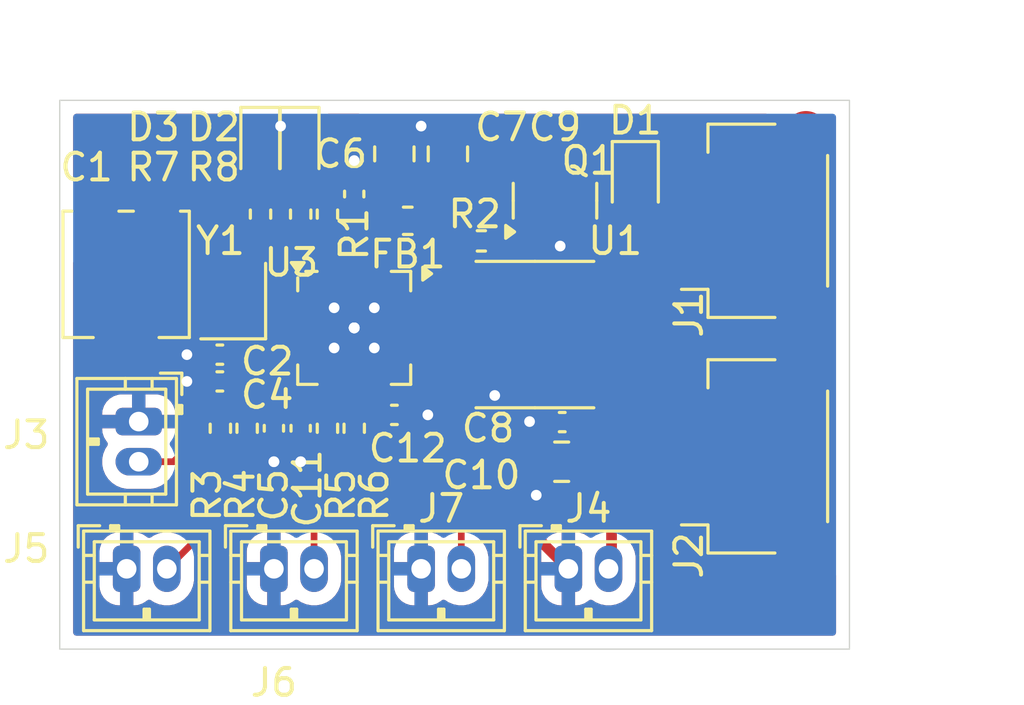
<source format=kicad_pcb>
(kicad_pcb (version 20241229) (generator "pcbnew") (generator_version "9.0")
  (layers (0 "F.Cu" signal) (2 "B.Cu" signal) (13 "F.Paste" user) (15 "B.Paste" user) (5 "F.SilkS" user "F.Silkscreen") (7 "B.SilkS" user "B.Silkscreen") (1 "F.Mask" user) (3 "B.Mask" user) (25 "Edge.Cuts" user))
  (net 0 "")
  (net 1 "GND")
  (net 2 "Net-(U3-PA1{slash}XTAL2)")
  (net 3 "Net-(U3-PA0{slash}XTAL1)")
  (net 4 "/endSW1_u")
  (net 5 "/endSW2_u")
  (net 6 "+5VD")
  (net 7 "VCC")
  (net 8 "/button1_u")
  (net 9 "/button2_u")
  (net 10 "/m11")
  (net 11 "Net-(D2-A)")
  (net 12 "Net-(D3-A)")
  (net 13 "/m12")
  (net 14 "/m14")
  (net 15 "/m13")
  (net 16 "/m21")
  (net 17 "/m22")
  (net 18 "/m24")
  (net 19 "/m23")
  (net 20 "/endSW1")
  (net 21 "/endSW2")
  (net 22 "/button1")
  (net 23 "Net-(Q1-B)")
  (net 24 "Net-(U3-PA2{slash}~{RESET})")
  (net 25 "/m11_u")
  (net 26 "/button2")
  (net 27 "/LED0")
  (net 28 "/LED1")
  (net 29 "/m23_u")
  (net 30 "/m13_u")
  (net 31 "/m21_u")
  (net 32 "/m22_u")
  (net 33 "/m14_u")
  (net 34 "/m24_u")
  (net 35 "/m12_u")
  (footprint "Capacitor_SMD:C_0402_1005Metric" (layer "F.Cu") (at 93.98 63 180)
    (property "Reference" "C4" (at -1.77 -0.5 0) (layer "F.SilkS"))
    (property "Value" "100n")
    (pad "1" smd roundrect (at -0.48 0 180) (size 0.56 0.62) (layers "F.Cu" "F.Mask" "F.Paste") (net 4 "/endSW1_u"))
    (pad "2" smd roundrect (at 0.48 0 180) (size 0.56 0.62) (layers "F.Cu" "F.Mask" "F.Paste") (net 1 "GND"))
  )
  (footprint "Connector_JST:JST_ZH_B2B-ZR_1x02_P1.50mm_Vertical" (layer "F.Cu") (at 101.5 70)
    (property "Reference" "J7" (at 0.75 -2.25 0) (layer "F.SilkS"))
    (property "Value" "button2")
    (pad "1" thru_hole roundrect (at 0 0) (size 1.03 1.73) (drill 0.73) (layers "*.Cu" "*.Mask") (roundrect_rratio 0.242718) (net 1 "GND"))
    (pad "2" thru_hole oval (at 1.5 0) (size 1.03 1.73) (drill 0.73) (layers "*.Cu" "*.Mask") (net 26 "/button2"))
  )
  (footprint "Connector_JST:JST_ZH_B2B-ZR_1x02_P1.50mm_Vertical" (layer "F.Cu") (at 90.95 64.5 -90)
    (property "Reference" "J3" (at 0.5 4.2 180) (layer "F.SilkS"))
    (property "Value" "endSW1")
    (pad "1" thru_hole roundrect (at 0 0 270) (size 1.03 1.73) (drill 0.73) (layers "*.Cu" "*.Mask") (roundrect_rratio 0.242718) (net 1 "GND"))
    (pad "2" thru_hole oval (at 1.5 0 270) (size 1.03 1.73) (drill 0.73) (layers "*.Cu" "*.Mask") (net 20 "/endSW1"))
  )
  (footprint "Diode_SMD:D_0603_1608Metric" (layer "F.Cu") (at 95.5 54.25 -90)
    (property "Reference" "D3" (at -0.75 4 180) (layer "F.SilkS"))
    (property "Value" "LED")
    (pad "1" smd roundrect (at -0.7875 0 270) (size 0.875 0.95) (layers "F.Cu" "F.Mask" "F.Paste") (net 1 "GND"))
    (pad "2" smd roundrect (at 0.7875 0 270) (size 0.875 0.95) (layers "F.Cu" "F.Mask" "F.Paste") (net 12 "Net-(D3-A)"))
  )
  (footprint "Resistor_SMD:R_0402_1005Metric" (layer "F.Cu") (at 103.75 57.75)
    (property "Reference" "R2" (at -0.25 -1 180) (layer "F.SilkS"))
    (property "Value" "2k2")
    (pad "1" smd roundrect (at -0.51 0) (size 0.54 0.64) (layers "F.Cu" "F.Mask" "F.Paste") (net 25 "/m11_u"))
    (pad "2" smd roundrect (at 0.51 0) (size 0.54 0.64) (layers "F.Cu" "F.Mask" "F.Paste") (net 23 "Net-(Q1-B)"))
  )
  (footprint "Connector_JST:JST_ZH_B2B-ZR_1x02_P1.50mm_Vertical" (layer "F.Cu") (at 96 70)
    (property "Reference" "J6" (at 0 4.25 0) (layer "F.SilkS"))
    (property "Value" "button1")
    (pad "1" thru_hole roundrect (at 0 0) (size 1.03 1.73) (drill 0.73) (layers "*.Cu" "*.Mask") (roundrect_rratio 0.242718) (net 1 "GND"))
    (pad "2" thru_hole oval (at 1.5 0) (size 1.03 1.73) (drill 0.73) (layers "*.Cu" "*.Mask") (net 22 "/button1"))
  )
  (footprint "Resistor_SMD:R_0402_1005Metric" (layer "F.Cu") (at 94 64.75 -90)
    (property "Reference" "R3" (at 2.5 0.5 90) (layer "F.SilkS"))
    (property "Value" "470")
    (pad "1" smd roundrect (at -0.51 0 270) (size 0.54 0.64) (layers "F.Cu" "F.Mask" "F.Paste") (net 4 "/endSW1_u"))
    (pad "2" smd roundrect (at 0.51 0 270) (size 0.54 0.64) (layers "F.Cu" "F.Mask" "F.Paste") (net 20 "/endSW1"))
  )
  (footprint "Capacitor_SMD:C_0402_1005Metric" (layer "F.Cu") (at 96 64.75 -90)
    (property "Reference" "C5" (at 2.5 0.01 90) (layer "F.SilkS"))
    (property "Value" "100n")
    (pad "1" smd roundrect (at -0.48 0 270) (size 0.56 0.62) (layers "F.Cu" "F.Mask" "F.Paste") (net 5 "/endSW2_u"))
    (pad "2" smd roundrect (at 0.48 0 270) (size 0.56 0.62) (layers "F.Cu" "F.Mask" "F.Paste") (net 1 "GND"))
  )
  (footprint "Diode_SMD:D_0603_1608Metric" (layer "F.Cu") (at 96.95 54.25 -90)
    (property "Reference" "D2" (at -0.75 3.2 180) (layer "F.SilkS"))
    (property "Value" "LED")
    (pad "1" smd roundrect (at -0.7875 0 270) (size 0.875 0.95) (layers "F.Cu" "F.Mask" "F.Paste") (net 1 "GND"))
    (pad "2" smd roundrect (at 0.7875 0 270) (size 0.875 0.95) (layers "F.Cu" "F.Mask" "F.Paste") (net 11 "Net-(D2-A)"))
  )
  (footprint "Capacitor_SMD:C_0402_1005Metric" (layer "F.Cu") (at 99 56 90)
    (property "Reference" "C6" (at 1.5 -0.5 0) (layer "F.SilkS"))
    (property "Value" "100n")
    (pad "1" smd roundrect (at -0.48 0 90) (size 0.56 0.62) (layers "F.Cu" "F.Mask" "F.Paste") (net 6 "+5VD"))
    (pad "2" smd roundrect (at 0.48 0 90) (size 0.56 0.62) (layers "F.Cu" "F.Mask" "F.Paste") (net 1 "GND"))
  )
  (footprint "Capacitor_SMD:C_0402_1005Metric" (layer "F.Cu") (at 97 64.75 -90)
    (property "Reference" "C11" (at 2.25 -0.25 90) (layer "F.SilkS"))
    (property "Value" "100n")
    (pad "1" smd roundrect (at -0.48 0 270) (size 0.56 0.62) (layers "F.Cu" "F.Mask" "F.Paste") (net 8 "/button1_u"))
    (pad "2" smd roundrect (at 0.48 0 270) (size 0.56 0.62) (layers "F.Cu" "F.Mask" "F.Paste") (net 1 "GND"))
  )
  (footprint "Resistor_SMD:R_0402_1005Metric" (layer "F.Cu") (at 95 64.75 -90)
    (property "Reference" "R4" (at 2.5 0.25 90) (layer "F.SilkS"))
    (property "Value" "470")
    (pad "1" smd roundrect (at -0.51 0 270) (size 0.54 0.64) (layers "F.Cu" "F.Mask" "F.Paste") (net 5 "/endSW2_u"))
    (pad "2" smd roundrect (at 0.51 0 270) (size 0.54 0.64) (layers "F.Cu" "F.Mask" "F.Paste") (net 21 "/endSW2"))
  )
  (footprint "Package_DFN_QFN:MLF-20-1EP_4x4mm_P0.5mm_EP2.6x2.6mm" (layer "F.Cu") (at 99 61)
    (property "Reference" "U3" (at -2.35 -2.44 0) (layer "F.SilkS"))
    (property "Value" "ATtiny2313-20M")
    (pad "1" smd roundrect (at -1.925 -1) (size 0.85 0.25) (layers "F.Cu" "F.Mask" "F.Paste") (net 28 "/LED1"))
    (pad "2" smd roundrect (at -1.925 -0.5) (size 0.85 0.25) (layers "F.Cu" "F.Mask" "F.Paste") (net 2 "Net-(U3-PA1{slash}XTAL2)"))
    (pad "3" smd roundrect (at -1.925 0) (size 0.85 0.25) (layers "F.Cu" "F.Mask" "F.Paste") (net 3 "Net-(U3-PA0{slash}XTAL1)"))
    (pad "4" smd roundrect (at -1.925 0.5) (size 0.85 0.25) (layers "F.Cu" "F.Mask" "F.Paste") (net 4 "/endSW1_u"))
    (pad "5" smd roundrect (at -1.925 1) (size 0.85 0.25) (layers "F.Cu" "F.Mask" "F.Paste") (net 5 "/endSW2_u"))
    (pad "6" smd roundrect (at -1 1.925) (size 0.25 0.85) (layers "F.Cu" "F.Mask" "F.Paste") (net 8 "/button1_u"))
    (pad "7" smd roundrect (at -0.5 1.925) (size 0.25 0.85) (layers "F.Cu" "F.Mask" "F.Paste"))
    (pad "8" smd roundrect (at 0 1.925) (size 0.25 0.85) (layers "F.Cu" "F.Mask" "F.Paste") (net 1 "GND"))
    (pad "9" smd roundrect (at 0.5 1.925) (size 0.25 0.85) (layers "F.Cu" "F.Mask" "F.Paste") (net 9 "/button2_u"))
    (pad "10" smd roundrect (at 1 1.925) (size 0.25 0.85) (layers "F.Cu" "F.Mask" "F.Paste") (net 34 "/m24_u"))
    (pad "11" smd roundrect (at 1.925 1) (size 0.85 0.25) (layers "F.Cu" "F.Mask" "F.Paste") (net 29 "/m23_u"))
    (pad "12" smd roundrect (at 1.925 0.5) (size 0.85 0.25) (layers "F.Cu" "F.Mask" "F.Paste") (net 32 "/m22_u"))
    (pad "13" smd roundrect (at 1.925 0) (size 0.85 0.25) (layers "F.Cu" "F.Mask" "F.Paste") (net 31 "/m21_u"))
    (pad "14" smd roundrect (at 1.925 -0.5) (size 0.85 0.25) (layers "F.Cu" "F.Mask" "F.Paste") (net 33 "/m14_u"))
    (pad "15" smd roundrect (at 1.925 -1) (size 0.85 0.25) (layers "F.Cu" "F.Mask" "F.Paste") (net 30 "/m13_u"))
    (pad "16" smd roundrect (at 1 -1.925) (size 0.25 0.85) (layers "F.Cu" "F.Mask" "F.Paste") (net 35 "/m12_u"))
    (pad "17" smd roundrect (at 0.5 -1.925) (size 0.25 0.85) (layers "F.Cu" "F.Mask" "F.Paste") (net 25 "/m11_u"))
    (pad "18" smd roundrect (at 0 -1.925) (size 0.25 0.85) (layers "F.Cu" "F.Mask" "F.Paste") (net 6 "+5VD"))
    (pad "19" smd roundrect (at -0.5 -1.925) (size 0.25 0.85) (layers "F.Cu" "F.Mask" "F.Paste") (net 24 "Net-(U3-PA2{slash}~{RESET})"))
    (pad "20" smd roundrect (at -1 -1.925) (size 0.25 0.85) (layers "F.Cu" "F.Mask" "F.Paste") (net 27 "/LED0"))
    (pad "21" smd rect (at 0 0) (size 2.6 2.6) (property pad_prop_heatsink) (layers "F.Cu" "F.Mask") (net 1 "GND"))
  )
  (footprint "Capacitor_SMD:C_0402_1005Metric" (layer "F.Cu") (at 106.77 64.52 180)
    (property "Reference" "C8" (at 2.77 -0.23 0) (layer "F.SilkS"))
    (property "Value" "100n")
    (pad "1" smd roundrect (at -0.48 0 180) (size 0.56 0.62) (layers "F.Cu" "F.Mask" "F.Paste") (net 7 "VCC"))
    (pad "2" smd roundrect (at 0.48 0 180) (size 0.56 0.62) (layers "F.Cu" "F.Mask" "F.Paste") (net 1 "GND"))
  )
  (footprint "Capacitor_SMD:C_0402_1005Metric" (layer "F.Cu") (at 93.98 62 180)
    (property "Reference" "C2" (at -1.77 -0.25 0) (layer "F.SilkS"))
    (property "Value" "22p")
    (pad "1" smd roundrect (at -0.48 0 180) (size 0.56 0.62) (layers "F.Cu" "F.Mask" "F.Paste") (net 3 "Net-(U3-PA0{slash}XTAL1)"))
    (pad "2" smd roundrect (at 0.48 0 180) (size 0.56 0.62) (layers "F.Cu" "F.Mask" "F.Paste") (net 1 "GND"))
  )
  (footprint "Package_TO_SOT_SMD:SOT-23" (layer "F.Cu") (at 106.5 56.25 90)
    (property "Reference" "Q1" (at 1.5 1.25 180) (layer "F.SilkS"))
    (property "Value" "MMBT3904")
    (pad "1" smd roundrect (at -0.9375 -0.95 90) (size 1.475 0.6) (layers "F.Cu" "F.Mask" "F.Paste") (net 23 "Net-(Q1-B)"))
    (pad "2" smd roundrect (at -0.9375 0.95 90) (size 1.475 0.6) (layers "F.Cu" "F.Mask" "F.Paste") (net 1 "GND"))
    (pad "3" smd roundrect (at 0.9375 0 90) (size 1.475 0.6) (layers "F.Cu" "F.Mask" "F.Paste") (net 10 "/m11"))
  )
  (footprint "Capacitor_SMD:C_0402_1005Metric" (layer "F.Cu") (at 100.5 64.25)
    (property "Reference" "C12" (at 0.5 1.25 0) (layer "F.SilkS"))
    (property "Value" "100n")
    (pad "1" smd roundrect (at -0.48 0) (size 0.56 0.62) (layers "F.Cu" "F.Mask" "F.Paste") (net 9 "/button2_u"))
    (pad "2" smd roundrect (at 0.48 0) (size 0.56 0.62) (layers "F.Cu" "F.Mask" "F.Paste") (net 1 "GND"))
  )
  (footprint "Connector_JST:JST_ZH_B2B-ZR_1x02_P1.50mm_Vertical" (layer "F.Cu") (at 107 70)
    (property "Reference" "J4" (at 0.75 -2.25 0) (layer "F.SilkS"))
    (property "Value" "PWR")
    (pad "1" thru_hole roundrect (at 0 0) (size 1.03 1.73) (drill 0.73) (layers "*.Cu" "*.Mask") (roundrect_rratio 0.242718) (net 1 "GND"))
    (pad "2" thru_hole oval (at 1.5 0) (size 1.03 1.73) (drill 0.73) (layers "*.Cu" "*.Mask") (net 7 "VCC"))
  )
  (footprint "Resistor_SMD:R_0402_1005Metric" (layer "F.Cu") (at 95.5 56.75 90)
    (property "Reference" "R8" (at 1.75 -1.75 180) (layer "F.SilkS"))
    (property "Value" "470")
    (pad "1" smd roundrect (at -0.51 0 90) (size 0.54 0.64) (layers "F.Cu" "F.Mask" "F.Paste") (net 28 "/LED1"))
    (pad "2" smd roundrect (at 0.51 0 90) (size 0.54 0.64) (layers "F.Cu" "F.Mask" "F.Paste") (net 12 "Net-(D3-A)"))
  )
  (footprint "Resistor_SMD:R_0402_1005Metric" (layer "F.Cu") (at 98 64.75 -90)
    (property "Reference" "R5" (at 2.5 -0.5 90) (layer "F.SilkS"))
    (property "Value" "470")
    (pad "1" smd roundrect (at -0.51 0 270) (size 0.54 0.64) (layers "F.Cu" "F.Mask" "F.Paste") (net 8 "/button1_u"))
    (pad "2" smd roundrect (at 0.51 0 270) (size 0.54 0.64) (layers "F.Cu" "F.Mask" "F.Paste") (net 22 "/button1"))
  )
  (footprint "Capacitor_SMD:C_0805_2012Metric" (layer "F.Cu") (at 102.5 54.5 90)
    (property "Reference" "C9" (at 1 4 180) (layer "F.SilkS"))
    (property "Value" "470")
    (pad "1" smd roundrect (at -0.95 0 90) (size 1 1.45) (layers "F.Cu" "F.Mask" "F.Paste") (net 7 "VCC"))
    (pad "2" smd roundrect (at 0.95 0 90) (size 1 1.45) (layers "F.Cu" "F.Mask" "F.Paste") (net 1 "GND"))
  )
  (footprint "Resistor_SMD:R_0402_1005Metric" (layer "F.Cu") (at 98 56.75 -90)
    (property "Reference" "R1" (at 0.75 -1 270) (layer "F.SilkS"))
    (property "Value" "10k")
    (pad "1" smd roundrect (at -0.51 0 270) (size 0.54 0.64) (layers "F.Cu" "F.Mask" "F.Paste") (net 6 "+5VD"))
    (pad "2" smd roundrect (at 0.51 0 270) (size 0.54 0.64) (layers "F.Cu" "F.Mask" "F.Paste") (net 24 "Net-(U3-PA2{slash}~{RESET})"))
  )
  (footprint "Potentiometer_SMD:Potentiometer_Bourns_3314J_Vertical" (layer "F.Cu") (at 90.48 59)
    (property "Reference" "C1" (at -1.48 -4 0) (layer "F.SilkS"))
    (property "Value" "C_Trim")
    (pad "1" smd roundrect (at 1.15 -2) (size 1.3 2) (layers "F.Cu" "F.Mask" "F.Paste") (roundrect_rratio 0.192308) (net 2 "Net-(U3-PA1{slash}XTAL2)"))
    (pad "2" smd roundrect (at 0 2) (size 2 2) (layers "F.Cu" "F.Mask" "F.Paste") (roundrect_rratio 0.125) (net 1 "GND"))
    (pad "3" smd roundrect (at -1.15 -2) (size 1.3 2) (layers "F.Cu" "F.Mask" "F.Paste") (roundrect_rratio 0.192308))
  )
  (footprint "Inductor_SMD:L_0603_1608Metric" (layer "F.Cu") (at 101 57)
    (property "Reference" "FB1" (at 0 1.25 0) (layer "F.SilkS"))
    (property "Value" "FerriteBead_Small")
    (pad "1" smd roundrect (at -0.7875 0) (size 0.875 0.95) (layers "F.Cu" "F.Mask" "F.Paste") (net 6 "+5VD"))
    (pad "2" smd roundrect (at 0.7875 0) (size 0.875 0.95) (layers "F.Cu" "F.Mask" "F.Paste") (net 7 "VCC"))
  )
  (footprint "Capacitor_SMD:C_0805_2012Metric" (layer "F.Cu") (at 106.75 66 180)
    (property "Reference" "C10" (at 3 -0.5 0) (layer "F.SilkS"))
    (property "Value" "470")
    (pad "1" smd roundrect (at -0.95 0 180) (size 1 1.45) (layers "F.Cu" "F.Mask" "F.Paste") (net 7 "VCC"))
    (pad "2" smd roundrect (at 0.95 0 180) (size 1 1.45) (layers "F.Cu" "F.Mask" "F.Paste") (net 1 "GND"))
  )
  (footprint "Package_SO:TSSOP-16_4.4x5mm_P0.65mm" (layer "F.Cu") (at 105.75 61.25)
    (property "Reference" "U1" (at 3 -3.5 180) (layer "F.SilkS"))
    (property "Value" "ULN2003A")
    (pad "1" smd roundrect (at -2.8625 -2.275) (size 1.475 0.4) (layers "F.Cu" "F.Mask" "F.Paste") (net 35 "/m12_u"))
    (pad "2" smd roundrect (at -2.8625 -1.625) (size 1.475 0.4) (layers "F.Cu" "F.Mask" "F.Paste") (net 30 "/m13_u"))
    (pad "3" smd roundrect (at -2.8625 -0.975) (size 1.475 0.4) (layers "F.Cu" "F.Mask" "F.Paste") (net 33 "/m14_u"))
    (pad "4" smd roundrect (at -2.8625 -0.325) (size 1.475 0.4) (layers "F.Cu" "F.Mask" "F.Paste") (net 31 "/m21_u"))
    (pad "5" smd roundrect (at -2.8625 0.325) (size 1.475 0.4) (layers "F.Cu" "F.Mask" "F.Paste") (net 32 "/m22_u"))
    (pad "6" smd roundrect (at -2.8625 0.975) (size 1.475 0.4) (layers "F.Cu" "F.Mask" "F.Paste") (net 29 "/m23_u"))
    (pad "7" smd roundrect (at -2.8625 1.625) (size 1.475 0.4) (layers "F.Cu" "F.Mask" "F.Paste") (net 34 "/m24_u"))
    (pad "8" smd roundrect (at -2.8625 2.275) (size 1.475 0.4) (layers "F.Cu" "F.Mask" "F.Paste") (net 1 "GND"))
    (pad "9" smd roundrect (at 2.8625 2.275) (size 1.475 0.4) (layers "F.Cu" "F.Mask" "F.Paste") (net 7 "VCC"))
    (pad "10" smd roundrect (at 2.8625 1.625) (size 1.475 0.4) (layers "F.Cu" "F.Mask" "F.Paste") (net 18 "/m24"))
    (pad "11" smd roundrect (at 2.8625 0.975) (size 1.475 0.4) (layers "F.Cu" "F.Mask" "F.Paste") (net 19 "/m23"))
    (pad "12" smd roundrect (at 2.8625 0.325) (size 1.475 0.4) (layers "F.Cu" "F.Mask" "F.Paste") (net 17 "/m22"))
    (pad "13" smd roundrect (at 2.8625 -0.325) (size 1.475 0.4) (layers "F.Cu" "F.Mask" "F.Paste") (net 16 "/m21"))
    (pad "14" smd roundrect (at 2.8625 -0.975) (size 1.475 0.4) (layers "F.Cu" "F.Mask" "F.Paste") (net 14 "/m14"))
    (pad "15" smd roundrect (at 2.8625 -1.625) (size 1.475 0.4) (layers "F.Cu" "F.Mask" "F.Paste") (net 15 "/m13"))
    (pad "16" smd roundrect (at 2.8625 -2.275) (size 1.475 0.4) (layers "F.Cu" "F.Mask" "F.Paste") (net 13 "/m12"))
  )
  (footprint "Resistor_SMD:R_0402_1005Metric" (layer "F.Cu") (at 99 64.75 -90)
    (property "Reference" "R6" (at 2.5 -0.75 90) (layer "F.SilkS"))
    (property "Value" "470")
    (pad "1" smd roundrect (at -0.51 0 270) (size 0.54 0.64) (layers "F.Cu" "F.Mask" "F.Paste") (net 9 "/button2_u"))
    (pad "2" smd roundrect (at 0.51 0 270) (size 0.54 0.64) (layers "F.Cu" "F.Mask" "F.Paste") (net 26 "/button2"))
  )
  (footprint "Connector_JST:JST_SH_SM05B-SRSS-TB_1x05-1MP_P1.00mm_Horizontal" (layer "F.Cu") (at 114 57 90)
    (property "Reference" "J1" (at -3.5 -2.5 90) (layer "F.SilkS"))
    (property "Value" "MOT1")
    (pad "1" smd roundrect (at -2 -2 90) (size 0.6 1.55) (layers "F.Cu" "F.Mask" "F.Paste") (net 14 "/m14"))
    (pad "2" smd roundrect (at -1 -2 90) (size 0.6 1.55) (layers "F.Cu" "F.Mask" "F.Paste") (net 15 "/m13"))
    (pad "3" smd roundrect (at 0 -2 90) (size 0.6 1.55) (layers "F.Cu" "F.Mask" "F.Paste") (net 13 "/m12"))
    (pad "4" smd roundrect (at 1 -2 90) (size 0.6 1.55) (layers "F.Cu" "F.Mask" "F.Paste") (net 10 "/m11"))
    (pad "5" smd roundrect (at 2 -2 90) (size 0.6 1.55) (layers "F.Cu" "F.Mask" "F.Paste") (net 7 "VCC"))
    (pad "MP" smd roundrect (at -3.3 1.875 90) (size 1.2 1.8) (layers "F.Cu" "F.Mask" "F.Paste") (roundrect_rratio 0.208333))
    (pad "MP" smd roundrect (at 3.3 1.875 90) (size 1.2 1.8) (layers "F.Cu" "F.Mask" "F.Paste") (roundrect_rratio 0.208333))
  )
  (footprint "Connector_JST:JST_SH_SM05B-SRSS-TB_1x05-1MP_P1.00mm_Horizontal" (layer "F.Cu") (at 114 65.8 90)
    (property "Reference" "J2" (at -3.7 -2.5 90) (layer "F.SilkS"))
    (property "Value" "MOT1")
    (pad "1" smd roundrect (at -2 -2 90) (size 0.6 1.55) (layers "F.Cu" "F.Mask" "F.Paste") (net 7 "VCC"))
    (pad "2" smd roundrect (at -1 -2 90) (size 0.6 1.55) (layers "F.Cu" "F.Mask" "F.Paste") (net 18 "/m24"))
    (pad "3" smd roundrect (at 0 -2 90) (size 0.6 1.55) (layers "F.Cu" "F.Mask" "F.Paste") (net 19 "/m23"))
    (pad "4" smd roundrect (at 1 -2 90) (size 0.6 1.55) (layers "F.Cu" "F.Mask" "F.Paste") (net 16 "/m21"))
    (pad "5" smd roundrect (at 2 -2 90) (size 0.6 1.55) (layers "F.Cu" "F.Mask" "F.Paste") (net 17 "/m22"))
    (pad "MP" smd roundrect (at -3.3 1.875 90) (size 1.2 1.8) (layers "F.Cu" "F.Mask" "F.Paste") (roundrect_rratio 0.208333))
    (pad "MP" smd roundrect (at 3.3 1.875 90) (size 1.2 1.8) (layers "F.Cu" "F.Mask" "F.Paste") (roundrect_rratio 0.208333))
  )
  (footprint "Connector_JST:JST_ZH_B2B-ZR_1x02_P1.50mm_Vertical" (layer "F.Cu") (at 90.5 70)
    (property "Reference" "J5" (at -3.75 -0.75 0) (layer "F.SilkS"))
    (property "Value" "endSW2")
    (pad "1" thru_hole roundrect (at 0 0) (size 1.03 1.73) (drill 0.73) (layers "*.Cu" "*.Mask") (roundrect_rratio 0.242718) (net 1 "GND"))
    (pad "2" thru_hole oval (at 1.5 0) (size 1.03 1.73) (drill 0.73) (layers "*.Cu" "*.Mask") (net 21 "/endSW2"))
  )
  (footprint "Crystal:Crystal_SMD_2016-4Pin_2.0x1.6mm" (layer "F.Cu") (at 94.48 60 90)
    (property "Reference" "Y1" (at 2.25 -0.48 180) (layer "F.SilkS"))
    (property "Value" "Crystal")
    (pad "1" smd roundrect (at -0.7 0.55 90) (size 0.9 0.8) (layers "F.Cu" "F.Mask" "F.Paste") (net 3 "Net-(U3-PA0{slash}XTAL1)"))
    (pad "2" smd roundrect (at 0.7 0.55 90) (size 0.9 0.8) (layers "F.Cu" "F.Mask" "F.Paste") (net 2 "Net-(U3-PA1{slash}XTAL2)"))
    (pad "3" smd roundrect (at 0.7 -0.55 90) (size 0.9 0.8) (layers "F.Cu" "F.Mask" "F.Paste"))
    (pad "4" smd roundrect (at -0.7 -0.55 90) (size 0.9 0.8) (layers "F.Cu" "F.Mask" "F.Paste"))
  )
  (footprint "Capacitor_SMD:C_0805_2012Metric" (layer "F.Cu") (at 100.5 54.5 90)
    (property "Reference" "C7" (at 1 4 180) (layer "F.SilkS"))
    (property "Value" "10u")
    (pad "1" smd roundrect (at -0.95 0 90) (size 1 1.45) (layers "F.Cu" "F.Mask" "F.Paste") (net 6 "+5VD"))
    (pad "2" smd roundrect (at 0.95 0 90) (size 1 1.45) (layers "F.Cu" "F.Mask" "F.Paste") (net 1 "GND"))
  )
  (footprint "Resistor_SMD:R_0402_1005Metric" (layer "F.Cu") (at 97 56.75 90)
    (property "Reference" "R7" (at 1.75 -5.5 180) (layer "F.SilkS"))
    (property "Value" "470")
    (pad "1" smd roundrect (at -0.51 0 90) (size 0.54 0.64) (layers "F.Cu" "F.Mask" "F.Paste") (net 27 "/LED0"))
    (pad "2" smd roundrect (at 0.51 0 90) (size 0.54 0.64) (layers "F.Cu" "F.Mask" "F.Paste") (net 11 "Net-(D2-A)"))
  )
  (footprint "Diode_SMD:D_MicroMELF" (layer "F.Cu") (at 109.5 55.5 -90)
    (property "Reference" "D1" (at -2.25 0 180) (layer "F.SilkS"))
    (property "Value" "1N4148")
    (pad "1" smd roundrect (at -0.8 0 270) (size 0.8 1.2) (layers "F.Cu" "F.Mask" "F.Paste") (net 7 "VCC"))
    (pad "2" smd roundrect (at 0.8 0 270) (size 0.8 1.2) (layers "F.Cu" "F.Mask" "F.Paste") (net 10 "/m11"))
  )
  (gr_rect (start 88 52.5) (end 117.5 73) (stroke (width 0.05)) (fill no) (layer "Edge.Cuts"))
  (segment (start 115.875 53.7) (end 115.875 69.1) (width 1.6) (layer "F.Cu") (net 0))
  (segment (start 106.69375 57.94375) (end 105.55 59.0875) (width 0.4) (layer "F.Cu") (net 1))
  (segment (start 105.55 64.7) (end 105.5 64.75) (width 0.4) (layer "F.Cu") (net 1))
  (segment (start 105.55 64.5) (end 105.55 64.7) (width 0.4) (layer "F.Cu") (net 1))
  (segment (start 105.8 67.25) (end 105.8 68.8) (width 0.4) (layer "F.Cu") (net 1))
  (segment (start 102.4125 53.4625) (end 102.5 53.55) (width 0.4) (layer "F.Cu") (net 1))
  (segment (start 97 65.23) (end 97 66) (width 0.25) (layer "F.Cu") (net 1))
  (segment (start 105.73 64.52) (end 105.55 64.7) (width 0.4) (layer "F.Cu") (net 1))
  (segment (start 97 65.23) (end 96 65.23) (width 0.25) (layer "F.Cu") (net 1))
  (segment (start 93.5 62) (end 92.75 62) (width 0.4) (layer "F.Cu") (net 1))
  (segment (start 105.8 66) (end 105.8 67.25) (width 0.4) (layer "F.Cu") (net 1))
  (segment (start 93.5 63) (end 93.5 62) (width 0.4) (layer "F.Cu") (net 1))
  (segment (start 99 54.75) (end 99 53.4625) (width 0.4) (layer "F.Cu") (net 1))
  (segment (start 105.55 59.0875) (end 105.55 63) (width 0.4) (layer "F.Cu") (net 1))
  (segment (start 105.5 64.75) (end 105.8 65.05) (width 0.4) (layer "F.Cu") (net 1))
  (segment (start 101.75 64.25) (end 102.1625 64.25) (width 0.25) (layer "F.Cu") (net 1))
  (segment (start 106.29 64.52) (end 105.73 64.52) (width 0.4) (layer "F.Cu") (net 1))
  (segment (start 90.95 64.5) (end 90.95 61.47) (width 0.4) (layer "F.Cu") (net 1))
  (segment (start 90.95 61.47) (end 90.48 61) (width 0.4) (layer "F.Cu") (net 1))
  (segment (start 99 62.925) (end 99 61) (width 0.25) (layer "F.Cu") (net 1))
  (segment (start 91.48 62) (end 90.48 61) (width 0.4) (layer "F.Cu") (net 1))
  (segment (start 99 53.4625) (end 101.5 53.4625) (width 0.4) (layer "F.Cu") (net 1))
  (segment (start 93.5 63) (end 92.75 63) (width 0.4) (layer "F.Cu") (net 1))
  (segment (start 96.25 53.4625) (end 99 53.4625) (width 0.4) (layer "F.Cu") (net 1))
  (segment (start 105.8 65.05) (end 105.8 66) (width 0.4) (layer "F.Cu") (net 1))
  (segment (start 105.55 63) (end 105.55 63.5) (width 0.4) (layer "F.Cu") (net 1))
  (segment (start 92.75 62) (end 91.48 62) (width 0.4) (layer "F.Cu") (net 1))
  (segment (start 107.45 57.1875) (end 106.69375 57.94375) (width 0.4) (layer "F.Cu") (net 1))
  (segment (start 99 55.52) (end 99 54.75) (width 0.4) (layer "F.Cu") (net 1))
  (segment (start 105.525 63.525) (end 104.25 63.525) (width 0.4) (layer "F.Cu") (net 1))
  (segment (start 96 65.23) (end 96 66) (width 0.25) (layer "F.Cu") (net 1))
  (segment (start 101.5 53.4625) (end 102.4125 53.4625) (width 0.4) (layer "F.Cu") (net 1))
  (segment (start 105.55 63.5) (end 105.525 63.525) (width 0.4) (layer "F.Cu") (net 1))
  (segment (start 100.98 64.25) (end 101.75 64.25) (width 0.25) (layer "F.Cu") (net 1))
  (segment (start 102.1625 64.25) (end 102.8875 63.525) (width 0.25) (layer "F.Cu") (net 1))
  (segment (start 95.5 53.4625) (end 96.25 53.4625) (width 0.4) (layer "F.Cu") (net 1))
  (segment (start 104.25 63.525) (end 102.8875 63.525) (width 0.4) (layer "F.Cu") (net 1))
  (segment (start 105.55 63) (end 105.55 64.5) (width 0.4) (layer "F.Cu") (net 1))
  (segment (start 105.8 68.8) (end 107 70) (width 0.4) (layer "F.Cu") (net 1))
  (via (at 99 61) (size 0.8) (drill 0.4) (layers "F.Cu" "B.Cu") (net 1))
  (via (at 104.25 63.525) (size 0.8) (drill 0.4) (layers "F.Cu" "B.Cu") (net 1))
  (via (at 96 66) (size 0.8) (drill 0.4) (layers "F.Cu" "B.Cu") (net 1))
  (via (at 96 66) (size 0.8) (drill 0.4) (layers "F.Cu" "B.Cu") (net 1))
  (via (at 92.75 63) (size 0.8) (drill 0.4) (layers "F.Cu" "B.Cu") (net 1))
  (via (at 106.69375 57.94375) (size 0.8) (drill 0.4) (layers "F.Cu" "B.Cu") (net 1))
  (via (at 99 61) (size 0.8) (drill 0.4) (layers "F.Cu" "B.Cu") (net 1))
  (via (at 105.8 67.25) (size 0.8) (drill 0.4) (layers "F.Cu" "B.Cu") (net 1))
  (via (at 101.75 64.25) (size 0.8) (drill 0.4) (layers "F.Cu" "B.Cu") (net 1))
  (via (at 99 61) (size 0.8) (drill 0.4) (layers "F.Cu" "B.Cu") (net 1))
  (via (at 98.25 61.75) (size 0.8) (drill 0.4) (layers "F.Cu" "B.Cu") (net 1))
  (via (at 99 61) (size 0.8) (drill 0.4) (layers "F.Cu" "B.Cu") (net 1))
  (via (at 97 66) (size 0.8) (drill 0.4) (layers "F.Cu" "B.Cu") (net 1))
  (via (at 99.75 61.75) (size 0.8) (drill 0.4) (layers "F.Cu" "B.Cu") (net 1))
  (via (at 105.55 64.5) (size 0.8) (drill 0.4) (layers "F.Cu" "B.Cu") (net 1))
  (via (at 99 54.75) (size 0.8) (drill 0.4) (layers "F.Cu" "B.Cu") (net 1))
  (via (at 98.25 60.25) (size 0.8) (drill 0.4) (layers "F.Cu" "B.Cu") (net 1))
  (via (at 92.75 62) (size 0.8) (drill 0.4) (layers "F.Cu" "B.Cu") (net 1))
  (via (at 99 61) (size 0.8) (drill 0.4) (layers "F.Cu" "B.Cu") (net 1))
  (via (at 99.75 60.25) (size 0.8) (drill 0.4) (layers "F.Cu" "B.Cu") (net 1))
  (via (at 96.25 53.4625) (size 0.8) (drill 0.4) (layers "F.Cu" "B.Cu") (net 1))
  (via (at 101.5 53.4625) (size 0.8) (drill 0.4) (layers "F.Cu" "B.Cu") (net 1))
  (via (at 99 61) (size 0.8) (drill 0.4) (layers "F.Cu" "B.Cu") (net 1))
  (via (at 99 61) (size 0.8) (drill 0.4) (layers "F.Cu" "B.Cu") (net 1))
  (via (at 97 66) (size 0.8) (drill 0.4) (layers "F.Cu" "B.Cu") (net 1))
  (via (at 99 61) (size 0.8) (drill 0.4) (layers "F.Cu" "B.Cu") (net 1))
  (segment (start 93.5 57) (end 95.03 58.53) (width 0.25) (layer "F.Cu") (net 2))
  (segment (start 95.03 58.53) (end 95.03 59.3) (width 0.25) (layer "F.Cu") (net 2))
  (segment (start 91.63 57) (end 93.5 57) (width 0.25) (layer "F.Cu") (net 2))
  (segment (start 97.075 60.5) (end 96.23 60.5) (width 0.25) (layer "F.Cu") (net 2))
  (segment (start 96.23 60.5) (end 95.03 59.3) (width 0.25) (layer "F.Cu") (net 2))
  (segment (start 94.46 62) (end 95.03 61.43) (width 0.25) (layer "F.Cu") (net 3))
  (segment (start 95.03 61.43) (end 95.03 60.7) (width 0.25) (layer "F.Cu") (net 3))
  (segment (start 97.075 61) (end 95.33 61) (width 0.25) (layer "F.Cu") (net 3))
  (segment (start 95.33 61) (end 95.03 60.7) (width 0.25) (layer "F.Cu") (net 3))
  (segment (start 97.075 61.5) (end 96.25 61.5) (width 0.25) (layer "F.Cu") (net 4))
  (segment (start 94 64.24) (end 94 63.75) (width 0.25) (layer "F.Cu") (net 4))
  (segment (start 96.25 61.5) (end 94.75 63) (width 0.25) (layer "F.Cu") (net 4))
  (segment (start 94.46 63.29) (end 94.46 63) (width 0.25) (layer "F.Cu") (net 4))
  (segment (start 94.75 63) (end 94.46 63) (width 0.25) (layer "F.Cu") (net 4))
  (segment (start 94 63.75) (end 94.46 63.29) (width 0.25) (layer "F.Cu") (net 4))
  (segment (start 96 63.5) (end 96 64.27) (width 0.25) (layer "F.Cu") (net 5))
  (segment (start 95 64.24) (end 95.97 64.24) (width 0.25) (layer "F.Cu") (net 5))
  (segment (start 97.075 62) (end 97.075 62.425) (width 0.25) (layer "F.Cu") (net 5))
  (segment (start 97.075 62.425) (end 96 63.5) (width 0.25) (layer "F.Cu") (net 5))
  (segment (start 95.97 64.24) (end 96 64.27) (width 0.25) (layer "F.Cu") (net 5))
  (segment (start 99 59.075) (end 99 57) (width 0.25) (layer "F.Cu") (net 6))
  (segment (start 99 56.48) (end 98.76 56.24) (width 0.25) (layer "F.Cu") (net 6))
  (segment (start 98.76 56.24) (end 98 56.24) (width 0.25) (layer "F.Cu") (net 6))
  (segment (start 99 57) (end 99 56.48) (width 0.25) (layer "F.Cu") (net 6))
  (segment (start 100.2125 57) (end 100.2125 55.7375) (width 0.25) (layer "F.Cu") (net 6))
  (segment (start 100.2125 55.7375) (end 100.5 55.45) (width 0.25) (layer "F.Cu") (net 6))
  (segment (start 100.2125 57) (end 99 57) (width 0.25) (layer "F.Cu") (net 6))
  (segment (start 112 67.8) (end 108.6625 67.8) (width 0.4) (layer "F.Cu") (net 7))
  (segment (start 108.6125 69.8875) (end 108.5 70) (width 0.4) (layer "F.Cu") (net 7))
  (segment (start 113.25 55) (end 112 55) (width 0.4) (layer "F.Cu") (net 7))
  (segment (start 108.225 63.525) (end 108.3875 63.525) (width 0.4) (layer "F.Cu") (net 7))
  (segment (start 107.7 66) (end 108.6125 66) (width 0.4) (layer "F.Cu") (net 7))
  (segment (start 101.7875 57) (end 101.7875 56.1625) (width 0.4) (layer "F.Cu") (net 7))
  (segment (start 109.8 55) (end 109.5 54.7) (width 0.4) (layer "F.Cu") (net 7))
  (segment (start 108.6625 67.8) (end 108.6125 67.75) (width 0.4) (layer "F.Cu") (net 7))
  (segment (start 108.6125 66) (end 108.6125 67.75) (width 0.4) (layer "F.Cu") (net 7))
  (segment (start 112 55) (end 109.8 55) (width 0.4) (layer "F.Cu") (net 7))
  (segment (start 108.45 54.7) (end 109.5 54.7) (width 0.4) (layer "F.Cu") (net 7))
  (segment (start 107.25 64.5) (end 108.225 63.525) (width 0.4) (layer "F.Cu") (net 7))
  (segment (start 108.6125 67.75) (end 108.6125 69.8875) (width 0.4) (layer "F.Cu") (net 7))
  (segment (start 108.6125 63.525) (end 108.6125 66) (width 0.4) (layer "F.Cu") (net 7))
  (segment (start 102.5 55.45) (end 104.05 55.45) (width 0.4) (layer "F.Cu") (net 7))
  (segment (start 101.7875 56.1625) (end 102.5 55.45) (width 0.4) (layer "F.Cu") (net 7))
  (segment (start 113.2 67.8) (end 114.25 66.75) (width 0.4) (layer "F.Cu") (net 7))
  (segment (start 104.05 55.45) (end 105.5 54) (width 0.4) (layer "F.Cu") (net 7))
  (segment (start 114.25 66.75) (end 114.25 56) (width 0.4) (layer "F.Cu") (net 7))
  (segment (start 114.25 56) (end 113.25 55) (width 0.4) (layer "F.Cu") (net 7))
  (segment (start 105.5 54) (end 107.75 54) (width 0.4) (layer "F.Cu") (net 7))
  (segment (start 107.75 54) (end 108.45 54.7) (width 0.4) (layer "F.Cu") (net 7))
  (segment (start 107.25 64.52) (end 107.25 64.5) (width 0.4) (layer "F.Cu") (net 7))
  (segment (start 112 67.8) (end 113.2 67.8) (width 0.4) (layer "F.Cu") (net 7))
  (segment (start 98 62.925) (end 98 64.24) (width 0.25) (layer "F.Cu") (net 8))
  (segment (start 98 64.24) (end 97.03 64.24) (width 0.25) (layer "F.Cu") (net 8))
  (segment (start 97.03 64.24) (end 97 64.27) (width 0.25) (layer "F.Cu") (net 8))
  (segment (start 99.5 64.24) (end 100.01 64.24) (width 0.25) (layer "F.Cu") (net 9))
  (segment (start 99 64.24) (end 99.5 64.24) (width 0.25) (layer "F.Cu") (net 9))
  (segment (start 100.01 64.24) (end 100.02 64.25) (width 0.25) (layer "F.Cu") (net 9))
  (segment (start 99.5 62.925) (end 99.5 64.24) (width 0.25) (layer "F.Cu") (net 9))
  (segment (start 108.25 56) (end 107.5625 55.3125) (width 0.4) (layer "F.Cu") (net 10))
  (segment (start 112 56) (end 108.25 56) (width 0.4) (layer "F.Cu") (net 10))
  (segment (start 107.5625 55.3125) (end 106.5 55.3125) (width 0.4) (layer "F.Cu") (net 10))
  (segment (start 97 56.24) (end 97 55.0875) (width 0.25) (layer "F.Cu") (net 11))
  (segment (start 97 55.0875) (end 96.95 55.0375) (width 0.25) (layer "F.Cu") (net 11))
  (segment (start 95.5 56.24) (end 95.5 55.0375) (width 0.25) (layer "F.Cu") (net 12))
  (segment (start 112 57) (end 110.5 57) (width 0.4) (layer "F.Cu") (net 13))
  (segment (start 108.6125 58.8875) (end 108.6125 58.975) (width 0.4) (layer "F.Cu") (net 13))
  (segment (start 110.5 57) (end 108.6125 58.8875) (width 0.4) (layer "F.Cu") (net 13))
  (segment (start 108.6125 60.275) (end 110.725 60.275) (width 0.4) (layer "F.Cu") (net 14))
  (segment (start 110.725 60.275) (end 112 59) (width 0.4) (layer "F.Cu") (net 14))
  (segment (start 111.441612 58) (end 112 58) (width 0.4) (layer "F.Cu") (net 15))
  (segment (start 108.6125 59.625) (end 109.816612 59.625) (width 0.4) (layer "F.Cu") (net 15))
  (segment (start 109.816612 59.625) (end 111.441612 58) (width 0.4) (layer "F.Cu") (net 15))
  (segment (start 112.95 64.8) (end 113.5 64.25) (width 0.4) (layer "F.Cu") (net 16))
  (segment (start 113.5 63.25) (end 111.175 60.925) (width 0.4) (layer "F.Cu") (net 16))
  (segment (start 112 64.8) (end 112.95 64.8) (width 0.4) (layer "F.Cu") (net 16))
  (segment (start 111.175 60.925) (end 108.6125 60.925) (width 0.4) (layer "F.Cu") (net 16))
  (segment (start 113.5 64.25) (end 113.5 63.25) (width 0.4) (layer "F.Cu") (net 16))
  (segment (start 109.809762 61.575) (end 112 63.765238) (width 0.4) (layer "F.Cu") (net 17))
  (segment (start 112 63.765238) (end 112 63.8) (width 0.4) (layer "F.Cu") (net 17))
  (segment (start 108.6125 61.575) (end 109.809762 61.575) (width 0.4) (layer "F.Cu") (net 17))
  (segment (start 110.55 66.8) (end 109.761 66.011) (width 0.4) (layer "F.Cu") (net 18))
  (segment (start 112 66.8) (end 110.55 66.8) (width 0.4) (layer "F.Cu") (net 18))
  (segment (start 109.411292 62.875) (end 108.6125 62.875) (width 0.4) (layer "F.Cu") (net 18))
  (segment (start 109.761 66.011) (end 109.761 63.224708) (width 0.4) (layer "F.Cu") (net 18))
  (segment (start 109.761 63.224708) (end 109.411292 62.875) (width 0.4) (layer "F.Cu") (net 18))
  (segment (start 109.611234 62.225) (end 108.6125 62.225) (width 0.4) (layer "F.Cu") (net 19))
  (segment (start 110.8 65.8) (end 110.361 65.361) (width 0.4) (layer "F.Cu") (net 19))
  (segment (start 110.361 65.361) (end 110.361 62.974766) (width 0.4) (layer "F.Cu") (net 19))
  (segment (start 112 65.8) (end 110.8 65.8) (width 0.4) (layer "F.Cu") (net 19))
  (segment (start 110.361 62.974766) (end 109.611234 62.225) (width 0.4) (layer "F.Cu") (net 19))
  (segment (start 92.99 65.26) (end 92.25 66) (width 0.25) (layer "F.Cu") (net 20))
  (segment (start 92.25 66) (end 90.95 66) (width 0.25) (layer "F.Cu") (net 20))
  (segment (start 94 65.26) (end 92.99 65.26) (width 0.25) (layer "F.Cu") (net 20))
  (segment (start 95 67) (end 95 65.26) (width 0.25) (layer "F.Cu") (net 21))
  (segment (start 92 70) (end 95 67) (width 0.25) (layer "F.Cu") (net 21))
  (segment (start 98 67.25) (end 98 65.26) (width 0.25) (layer "F.Cu") (net 22))
  (segment (start 97.5 70) (end 97.5 67.75) (width 0.25) (layer "F.Cu") (net 22))
  (segment (start 97.5 67.75) (end 98 67.25) (width 0.25) (layer "F.Cu") (net 22))
  (segment (start 104.26 57.75) (end 104.9875 57.75) (width 0.25) (layer "F.Cu") (net 23))
  (segment (start 104.9875 57.75) (end 105.55 57.1875) (width 0.25) (layer "F.Cu") (net 23))
  (segment (start 98 57.755) (end 98 57.26) (width 0.25) (layer "F.Cu") (net 24))
  (segment (start 98.5 58.255) (end 98 57.755) (width 0.25) (layer "F.Cu") (net 24))
  (segment (start 98.5 59.075) (end 98.5 58.255) (width 0.25) (layer "F.Cu") (net 24))
  (segment (start 99.5 58.25) (end 99.75 58) (width 0.25) (layer "F.Cu") (net 25))
  (segment (start 102.5 58) (end 102.75 57.75) (width 0.25) (layer "F.Cu") (net 25))
  (segment (start 99.75 58) (end 102.5 58) (width 0.25) (layer "F.Cu") (net 25))
  (segment (start 102.75 57.75) (end 103.24 57.75) (width 0.25) (layer "F.Cu") (net 25))
  (segment (start 99.5 59.075) (end 99.5 58.25) (width 0.25) (layer "F.Cu") (net 25))
  (segment (start 100.01 65.26) (end 103 68.25) (width 0.25) (layer "F.Cu") (net 26))
  (segment (start 103 68.25) (end 103 70) (width 0.25) (layer "F.Cu") (net 26))
  (segment (start 99 65.26) (end 100.01 65.26) (width 0.25) (layer "F.Cu") (net 26))
  (segment (start 97 58.075) (end 97 57.26) (width 0.25) (layer "F.Cu") (net 27))
  (segment (start 98 59.075) (end 97 58.075) (width 0.25) (layer "F.Cu") (net 27))
  (segment (start 97.075 60) (end 96.36781 60) (width 0.25) (layer "F.Cu") (net 28))
  (segment (start 95.5 58.005) (end 95.5 57.26) (width 0.25) (layer "F.Cu") (net 28))
  (segment (start 96 58.505) (end 95.5 58.005) (width 0.25) (layer "F.Cu") (net 28))
  (segment (start 96 59.63219) (end 96 58.505) (width 0.25) (layer "F.Cu") (net 28))
  (segment (start 96.36781 60) (end 96 59.63219) (width 0.25) (layer "F.Cu") (net 28))
  (segment (start 100.925 62) (end 101.15 62.225) (width 0.25) (layer "F.Cu") (net 29))
  (segment (start 101.15 62.225) (end 102.8875 62.225) (width 0.25) (layer "F.Cu") (net 29))
  (segment (start 102.8875 59.625) (end 101.3 59.625) (width 0.25) (layer "F.Cu") (net 30))
  (segment (start 101.3 59.625) (end 100.925 60) (width 0.25) (layer "F.Cu") (net 30))
  (segment (start 100.925 61) (end 102.8125 61) (width 0.25) (layer "F.Cu") (net 31))
  (segment (start 102.8125 61) (end 102.8875 60.925) (width 0.25) (layer "F.Cu") (net 31))
  (segment (start 100.925 61.5) (end 102.8125 61.5) (width 0.25) (layer "F.Cu") (net 32))
  (segment (start 102.8125 61.5) (end 102.8875 61.575) (width 0.25) (layer "F.Cu") (net 32))
  (segment (start 102.8875 60.275) (end 101.626154 60.275) (width 0.25) (layer "F.Cu") (net 33))
  (segment (start 101.401154 60.5) (end 100.925 60.5) (width 0.25) (layer "F.Cu") (net 33))
  (segment (start 101.626154 60.275) (end 101.401154 60.5) (width 0.25) (layer "F.Cu") (net 33))
  (segment (start 100.05 62.875) (end 100 62.925) (width 0.25) (layer "F.Cu") (net 34))
  (segment (start 102.8875 62.875) (end 100.05 62.875) (width 0.25) (layer "F.Cu") (net 34))
  (segment (start 100.1 58.975) (end 100 59.075) (width 0.25) (layer "F.Cu") (net 35))
  (segment (start 102.8875 58.975) (end 100.1 58.975) (width 0.25) (layer "F.Cu") (net 35))
  (zone (net 1) (net_name "GND") (layers "F.Cu" "B.Cu") (connect_pads (clearance 0.5)) (min_thickness 0.25) (fill yes (thermal_gap 0.5) (thermal_bridge_width 0.5))
    (polygon (pts (xy 88 52.5) (xy 117.5 52.5) (xy 117.5 73) (xy 88 73)))
  )
)
</source>
